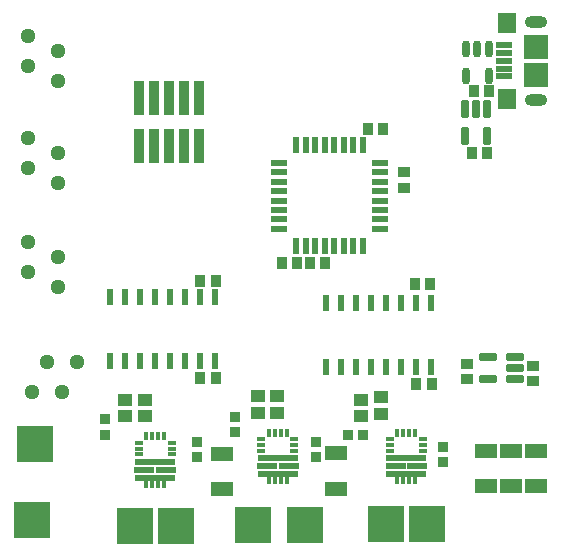
<source format=gts>
G04*
G04 #@! TF.GenerationSoftware,Altium Limited,Altium Designer,21.9.2 (33)*
G04*
G04 Layer_Color=8388736*
%FSLAX23Y23*%
%MOIN*%
G70*
G04*
G04 #@! TF.SameCoordinates,057B0E17-ACE6-4E06-8752-021C102DDC49*
G04*
G04*
G04 #@! TF.FilePolarity,Negative*
G04*
G01*
G75*
%ADD15R,0.021X0.058*%
%ADD16R,0.020X0.053*%
%ADD17R,0.053X0.020*%
G04:AMPARAMS|DCode=39|XSize=60mil|YSize=27mil|CornerRadius=5mil|HoleSize=0mil|Usage=FLASHONLY|Rotation=180.000|XOffset=0mil|YOffset=0mil|HoleType=Round|Shape=RoundedRectangle|*
%AMROUNDEDRECTD39*
21,1,0.060,0.017,0,0,180.0*
21,1,0.050,0.027,0,0,180.0*
1,1,0.010,-0.025,0.009*
1,1,0.010,0.025,0.009*
1,1,0.010,0.025,-0.009*
1,1,0.010,-0.025,-0.009*
%
%ADD39ROUNDEDRECTD39*%
G04:AMPARAMS|DCode=40|XSize=60mil|YSize=27mil|CornerRadius=5mil|HoleSize=0mil|Usage=FLASHONLY|Rotation=270.000|XOffset=0mil|YOffset=0mil|HoleType=Round|Shape=RoundedRectangle|*
%AMROUNDEDRECTD40*
21,1,0.060,0.017,0,0,270.0*
21,1,0.050,0.027,0,0,270.0*
1,1,0.010,-0.009,-0.025*
1,1,0.010,-0.009,0.025*
1,1,0.010,0.009,0.025*
1,1,0.010,0.009,-0.025*
%
%ADD40ROUNDEDRECTD40*%
%ADD41R,0.070X0.024*%
%ADD42R,0.138X0.020*%
%ADD43R,0.028X0.014*%
%ADD44R,0.014X0.028*%
%ADD45R,0.083X0.016*%
%ADD46R,0.047X0.043*%
%ADD47R,0.037X0.033*%
%ADD48R,0.033X0.037*%
%ADD49R,0.122X0.122*%
%ADD50R,0.079X0.079*%
%ADD51R,0.059X0.067*%
%ADD52R,0.057X0.020*%
%ADD53R,0.033X0.114*%
G04:AMPARAMS|DCode=54|XSize=53mil|YSize=26mil|CornerRadius=7mil|HoleSize=0mil|Usage=FLASHONLY|Rotation=270.000|XOffset=0mil|YOffset=0mil|HoleType=Round|Shape=RoundedRectangle|*
%AMROUNDEDRECTD54*
21,1,0.053,0.011,0,0,270.0*
21,1,0.038,0.026,0,0,270.0*
1,1,0.015,-0.005,-0.019*
1,1,0.015,-0.005,0.019*
1,1,0.015,0.005,0.019*
1,1,0.015,0.005,-0.019*
%
%ADD54ROUNDEDRECTD54*%
%ADD55R,0.039X0.037*%
%ADD56R,0.037X0.039*%
%ADD57R,0.075X0.049*%
%ADD58R,0.138X0.020*%
%ADD59R,0.014X0.031*%
%ADD60C,0.051*%
%ADD61C,0.004*%
%ADD62O,0.075X0.039*%
%ADD63C,0.024*%
D15*
X1424Y624D02*
D03*
X1374D02*
D03*
X1324D02*
D03*
X1274D02*
D03*
X1224D02*
D03*
X1174D02*
D03*
X1124D02*
D03*
X1074D02*
D03*
Y839D02*
D03*
X1124D02*
D03*
X1174D02*
D03*
X1224D02*
D03*
X1274D02*
D03*
X1324D02*
D03*
X1374D02*
D03*
X1424D02*
D03*
X706Y644D02*
D03*
X656D02*
D03*
X606D02*
D03*
X556D02*
D03*
X506D02*
D03*
X456D02*
D03*
X406D02*
D03*
X356D02*
D03*
Y858D02*
D03*
X406D02*
D03*
X456D02*
D03*
X506D02*
D03*
X556D02*
D03*
X606D02*
D03*
X656D02*
D03*
X706D02*
D03*
D16*
X976Y1028D02*
D03*
X1008D02*
D03*
X1039D02*
D03*
X1071D02*
D03*
X1102D02*
D03*
X1134D02*
D03*
X1165D02*
D03*
X1197D02*
D03*
Y1364D02*
D03*
X1165D02*
D03*
X1134D02*
D03*
X1102D02*
D03*
X1071D02*
D03*
X1039D02*
D03*
X1008D02*
D03*
X976D02*
D03*
D17*
X1255Y1086D02*
D03*
Y1117D02*
D03*
Y1149D02*
D03*
Y1180D02*
D03*
Y1212D02*
D03*
Y1243D02*
D03*
Y1275D02*
D03*
Y1306D02*
D03*
X918D02*
D03*
Y1275D02*
D03*
Y1243D02*
D03*
Y1212D02*
D03*
Y1180D02*
D03*
Y1149D02*
D03*
Y1117D02*
D03*
Y1086D02*
D03*
D39*
X1705Y585D02*
D03*
Y623D02*
D03*
Y660D02*
D03*
X1615Y585D02*
D03*
Y660D02*
D03*
D40*
X1612Y1485D02*
D03*
X1575D02*
D03*
X1537D02*
D03*
X1612Y1394D02*
D03*
X1537D02*
D03*
D41*
X1378Y296D02*
D03*
X1307D02*
D03*
X951Y295D02*
D03*
X879D02*
D03*
X542Y283D02*
D03*
X470D02*
D03*
D42*
X1343Y322D02*
D03*
X915Y321D02*
D03*
X506Y309D02*
D03*
D43*
X1287Y346D02*
D03*
Y386D02*
D03*
Y366D02*
D03*
X1398Y386D02*
D03*
Y366D02*
D03*
Y346D02*
D03*
X860Y345D02*
D03*
Y385D02*
D03*
Y365D02*
D03*
X970Y385D02*
D03*
Y365D02*
D03*
Y345D02*
D03*
X451Y334D02*
D03*
Y373D02*
D03*
Y353D02*
D03*
X561Y373D02*
D03*
Y353D02*
D03*
Y334D02*
D03*
D44*
X1333Y406D02*
D03*
X1352D02*
D03*
X1372D02*
D03*
X1313D02*
D03*
X906Y406D02*
D03*
X925D02*
D03*
X945D02*
D03*
X886D02*
D03*
X496Y394D02*
D03*
X516D02*
D03*
X535D02*
D03*
X476D02*
D03*
D45*
X1343Y269D02*
D03*
X915Y268D02*
D03*
X506Y256D02*
D03*
D46*
X406Y516D02*
D03*
Y461D02*
D03*
X472Y516D02*
D03*
Y461D02*
D03*
X913Y528D02*
D03*
Y472D02*
D03*
X850Y528D02*
D03*
Y472D02*
D03*
X1260Y524D02*
D03*
Y469D02*
D03*
X1193Y516D02*
D03*
Y461D02*
D03*
D47*
X339Y451D02*
D03*
Y400D02*
D03*
X646Y325D02*
D03*
Y376D02*
D03*
X772Y459D02*
D03*
Y407D02*
D03*
X1043Y325D02*
D03*
Y376D02*
D03*
X1465Y309D02*
D03*
Y360D02*
D03*
D48*
X1148Y398D02*
D03*
X1199D02*
D03*
D49*
X94Y114D02*
D03*
X575Y94D02*
D03*
X106Y370D02*
D03*
X437Y94D02*
D03*
X1004Y98D02*
D03*
X831D02*
D03*
X1413Y102D02*
D03*
X1276D02*
D03*
D50*
X1776Y1598D02*
D03*
Y1693D02*
D03*
D51*
X1679Y1772D02*
D03*
Y1520D02*
D03*
D52*
X1670Y1697D02*
D03*
Y1671D02*
D03*
Y1646D02*
D03*
Y1620D02*
D03*
Y1594D02*
D03*
D53*
X601Y1362D02*
D03*
Y1522D02*
D03*
X651Y1362D02*
D03*
Y1522D02*
D03*
X451Y1362D02*
D03*
Y1522D02*
D03*
X501Y1362D02*
D03*
Y1522D02*
D03*
X551Y1362D02*
D03*
Y1522D02*
D03*
D54*
X1617Y1686D02*
D03*
X1579D02*
D03*
X1542D02*
D03*
Y1595D02*
D03*
X1617D02*
D03*
D55*
X1335Y1222D02*
D03*
Y1274D02*
D03*
X1546Y636D02*
D03*
Y585D02*
D03*
X1766Y628D02*
D03*
Y577D02*
D03*
D56*
X1073Y972D02*
D03*
X1022D02*
D03*
X1561Y1337D02*
D03*
X1612D02*
D03*
X1569Y1546D02*
D03*
X1620D02*
D03*
X1427Y567D02*
D03*
X1376D02*
D03*
X1372Y902D02*
D03*
X1423D02*
D03*
X1215Y1417D02*
D03*
X1266D02*
D03*
X707Y587D02*
D03*
X656D02*
D03*
X656Y913D02*
D03*
X707D02*
D03*
X927Y972D02*
D03*
X978D02*
D03*
D57*
X728Y217D02*
D03*
Y335D02*
D03*
X1776Y228D02*
D03*
Y346D02*
D03*
X1610Y228D02*
D03*
Y346D02*
D03*
X1693Y228D02*
D03*
Y346D02*
D03*
X1110Y220D02*
D03*
Y339D02*
D03*
D58*
X1343Y269D02*
D03*
X915Y268D02*
D03*
X506Y256D02*
D03*
D59*
X1313Y248D02*
D03*
X1372D02*
D03*
X1333D02*
D03*
X1352D02*
D03*
X886Y247D02*
D03*
X945D02*
D03*
X906D02*
D03*
X925D02*
D03*
X476Y235D02*
D03*
X535D02*
D03*
X496D02*
D03*
X516D02*
D03*
D60*
X83Y1041D02*
D03*
X183Y991D02*
D03*
X83Y941D02*
D03*
X183Y891D02*
D03*
X83Y1387D02*
D03*
X183Y1337D02*
D03*
X83Y1287D02*
D03*
X183Y1237D02*
D03*
X83Y1730D02*
D03*
X183Y1680D02*
D03*
X83Y1630D02*
D03*
X183Y1580D02*
D03*
X244Y643D02*
D03*
X194Y543D02*
D03*
X144Y643D02*
D03*
X94Y543D02*
D03*
D61*
X112Y836D02*
D03*
Y1182D02*
D03*
Y1525D02*
D03*
X39Y614D02*
D03*
X1709Y98D02*
D03*
X409Y1736D02*
D03*
D62*
X1776Y1776D02*
D03*
Y1516D02*
D03*
D63*
Y1776D02*
D03*
Y1516D02*
D03*
M02*

</source>
